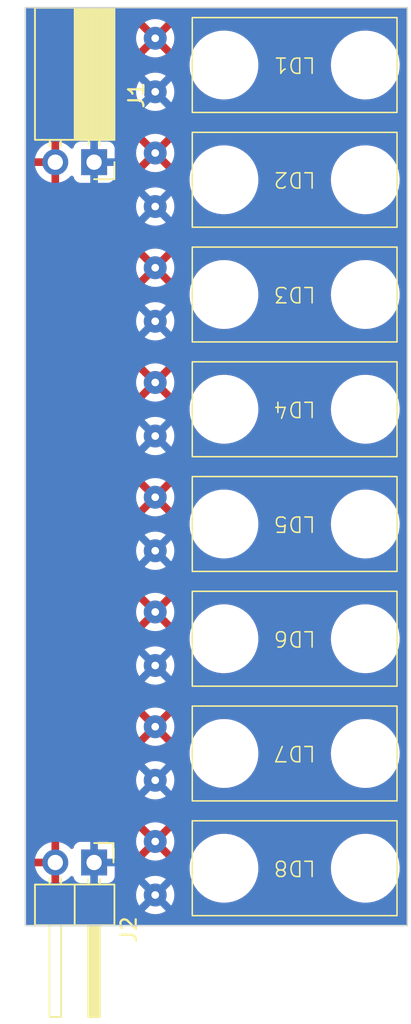
<source format=kicad_pcb>
(kicad_pcb (version 20221018) (generator pcbnew)
  (layers (0 "F.Cu" signal) (31 "B.Cu" signal) (34 "B.Paste" user) (35 "F.Paste" user) (36 "B.SilkS" user "B.Silkscreen") (37 "F.SilkS" user "F.Silkscreen") (38 "B.Mask" user) (39 "F.Mask" user) (44 "Edge.Cuts" user))
  (net 0 "")
  (net 1 "/VCC")
  (net 2 "/GND")
  (footprint "TacTile:Laser_Diode" (layer "F.Cu") (at 36 66.25 180)
    (fp_text reference "LD6" (at -6.625 0 180 unlocked) (layer "F.SilkS") (effects (font (thickness 0.1))))
    (fp_text value "D_Laser_1C2A" hide)
    (fp_rect (start -13.325 -3.1) (end 0.075 3.1) (stroke (width 0.1)) (fill none) (layer "F.SilkS"))
    (pad "" np_thru_hole circle (at -11.25 0 180) (size 4 4) (drill 4) (layers "F&B.Cu" "*.Mask"))
    (pad "" np_thru_hole circle (at -2 0 180) (size 4 4) (drill 4) (layers "F&B.Cu" "*.Mask"))
    (pad "1" thru_hole circle (at 2.5 -1.75 180) (size 1.5 1.5) (drill 0.5) (layers "*.Cu" "*.Mask") (net 2 "/GND"))
    (pad "2" thru_hole circle (at 2.5 1.75 180) (size 1.5 1.5) (drill 0.5) (layers "*.Cu" "*.Mask") (net 1 "/VCC"))
  )
  (footprint "TacTile:Laser_Diode" (layer "F.Cu") (at 36 36.25 180)
    (fp_text reference "LD2" (at -6.625 0 180 unlocked) (layer "F.SilkS") (effects (font (thickness 0.1))))
    (fp_text value "D_Laser_1C2A" hide)
    (fp_rect (start -13.325 -3.1) (end 0.075 3.1) (stroke (width 0.1)) (fill none) (layer "F.SilkS"))
    (pad "" np_thru_hole circle (at -11.25 0 180) (size 4 4) (drill 4) (layers "F&B.Cu" "*.Mask"))
    (pad "" np_thru_hole circle (at -2 0 180) (size 4 4) (drill 4) (layers "F&B.Cu" "*.Mask"))
    (pad "1" thru_hole circle (at 2.5 -1.75 180) (size 1.5 1.5) (drill 0.5) (layers "*.Cu" "*.Mask") (net 2 "/GND"))
    (pad "2" thru_hole circle (at 2.5 1.75 180) (size 1.5 1.5) (drill 0.5) (layers "*.Cu" "*.Mask") (net 1 "/VCC"))
  )
  (footprint "TacTile:Laser_Diode" (layer "F.Cu") (at 36 73.75 180)
    (fp_text reference "LD7" (at -6.625 0 180 unlocked) (layer "F.SilkS") (effects (font (thickness 0.1))))
    (fp_text value "D_Laser_1C2A" hide)
    (fp_rect (start -13.325 -3.1) (end 0.075 3.1) (stroke (width 0.1)) (fill none) (layer "F.SilkS"))
    (pad "" np_thru_hole circle (at -11.25 0 180) (size 4 4) (drill 4) (layers "F&B.Cu" "*.Mask"))
    (pad "" np_thru_hole circle (at -2 0 180) (size 4 4) (drill 4) (layers "F&B.Cu" "*.Mask"))
    (pad "1" thru_hole circle (at 2.5 -1.75 180) (size 1.5 1.5) (drill 0.5) (layers "*.Cu" "*.Mask") (net 2 "/GND"))
    (pad "2" thru_hole circle (at 2.5 1.75 180) (size 1.5 1.5) (drill 0.5) (layers "*.Cu" "*.Mask") (net 1 "/VCC"))
  )
  (footprint "TacTile:Laser_Diode" (layer "F.Cu") (at 36 81.25 180)
    (fp_text reference "LD8" (at -6.625 0 180 unlocked) (layer "F.SilkS") (effects (font (thickness 0.1))))
    (fp_text value "D_Laser_1C2A" hide)
    (fp_rect (start -13.325 -3.1) (end 0.075 3.1) (stroke (width 0.1)) (fill none) (layer "F.SilkS"))
    (pad "" np_thru_hole circle (at -11.25 0 180) (size 4 4) (drill 4) (layers "F&B.Cu" "*.Mask"))
    (pad "" np_thru_hole circle (at -2 0 180) (size 4 4) (drill 4) (layers "F&B.Cu" "*.Mask"))
    (pad "1" thru_hole circle (at 2.5 -1.75 180) (size 1.5 1.5) (drill 0.5) (layers "*.Cu" "*.Mask") (net 2 "/GND"))
    (pad "2" thru_hole circle (at 2.5 1.75 180) (size 1.5 1.5) (drill 0.5) (layers "*.Cu" "*.Mask") (net 1 "/VCC"))
  )
  (footprint "Connector_PinHeader_2.54mm:PinHeader_1x02_P2.54mm_Horizontal" (layer "F.Cu") (at 29.5 80.875 -90)
    (fp_text reference "J2" (at 4.385 -2.27 90) (layer "F.SilkS"))
    (fp_text value "Conn_01x02")
    (fp_line (start -1.27 -1.27) (end 0 -1.27) (stroke (width 0.12)) (layer "F.SilkS"))
    (fp_line (start -1.27 0) (end -1.27 -1.27) (stroke (width 0.12)) (layer "F.SilkS"))
    (fp_line (start 1.042929 2.16) (end 1.44 2.16) (stroke (width 0.12)) (layer "F.SilkS"))
    (fp_line (start 1.042929 2.92) (end 1.44 2.92) (stroke (width 0.12)) (layer "F.SilkS"))
    (fp_line (start 1.11 -0.38) (end 1.44 -0.38) (stroke (width 0.12)) (layer "F.SilkS"))
    (fp_line (start 1.11 0.38) (end 1.44 0.38) (stroke (width 0.12)) (layer "F.SilkS"))
    (fp_line (start 1.44 -1.33) (end 1.44 3.87) (stroke (width 0.12)) (layer "F.SilkS"))
    (fp_line (start 1.44 1.27) (end 4.1 1.27) (stroke (width 0.12)) (layer "F.SilkS"))
    (fp_line (start 1.44 3.87) (end 4.1 3.87) (stroke (width 0.12)) (layer "F.SilkS"))
    (fp_line (start 4.1 -1.33) (end 1.44 -1.33) (stroke (width 0.12)) (layer "F.SilkS"))
    (fp_line (start 4.1 -0.38) (end 10.1 -0.38) (stroke (width 0.12)) (layer "F.SilkS"))
    (fp_line (start 4.1 -0.32) (end 10.1 -0.32) (stroke (width 0.12)) (layer "F.SilkS"))
    (fp_line (start 4.1 -0.2) (end 10.1 -0.2) (stroke (width 0.12)) (layer "F.SilkS"))
    (fp_line (start 4.1 -0.08) (end 10.1 -0.08) (stroke (width 0.12)) (layer "F.SilkS"))
    (fp_line (start 4.1 0.04) (end 10.1 0.04) (stroke (width 0.12)) (layer "F.SilkS"))
    (fp_line (start 4.1 0.16) (end 10.1 0.16) (stroke (width 0.12)) (layer "F.SilkS"))
    (fp_line (start 4.1 0.28) (end 10.1 0.28) (stroke (width 0.12)) (layer "F.SilkS"))
    (fp_line (start 4.1 2.16) (end 10.1 2.16) (stroke (width 0.12)) (layer "F.SilkS"))
    (fp_line (start 4.1 3.87) (end 4.1 -1.33) (stroke (width 0.12)) (layer "F.SilkS"))
    (fp_line (start 10.1 -0.38) (end 10.1 0.38) (stroke (width 0.12)) (layer "F.SilkS"))
    (fp_line (start 10.1 0.38) (end 4.1 0.38) (stroke (width 0.12)) (layer "F.SilkS"))
    (fp_line (start 10.1 2.16) (end 10.1 2.92) (stroke (width 0.12)) (layer "F.SilkS"))
    (fp_line (start 10.1 2.92) (end 4.1 2.92) (stroke (width 0.12)) (layer "F.SilkS"))
    (pad "1" thru_hole rect (at 0 0 270) (size 1.7 1.7) (drill 1) (layers "*.Cu" "*.Mask") (net 2 "/GND"))
    (pad "2" thru_hole oval (at 0 2.54 270) (size 1.7 1.7) (drill 1) (layers "*.Cu" "*.Mask") (net 1 "/VCC"))
  )
  (footprint "TacTile:Laser_Diode" (layer "F.Cu") (at 36 58.75 180)
    (fp_text reference "LD5" (at -6.625 0 180 unlocked) (layer "F.SilkS") (effects (font (thickness 0.1))))
    (fp_text value "D_Laser_1C2A" hide)
    (fp_rect (start -13.325 -3.1) (end 0.075 3.1) (stroke (width 0.1)) (fill none) (layer "F.SilkS"))
    (pad "" np_thru_hole circle (at -11.25 0 180) (size 4 4) (drill 4) (layers "F&B.Cu" "*.Mask"))
    (pad "" np_thru_hole circle (at -2 0 180) (size 4 4) (drill 4) (layers "F&B.Cu" "*.Mask"))
    (pad "1" thru_hole circle (at 2.5 -1.75 180) (size 1.5 1.5) (drill 0.5) (layers "*.Cu" "*.Mask") (net 2 "/GND"))
    (pad "2" thru_hole circle (at 2.5 1.75 180) (size 1.5 1.5) (drill 0.5) (layers "*.Cu" "*.Mask") (net 1 "/VCC"))
  )
  (footprint "Connector_PinSocket_2.54mm:PinSocket_1x02_P2.54mm_Horizontal" (layer "F.Cu") (at 29.5 35.1 -90)
    (fp_text reference "J1" (at -4.38 -2.77 90) (layer "F.SilkS"))
    (fp_text value "Conn_01x02")
    (fp_line (start -10.09 -1.33) (end -10.09 3.87) (stroke (width 0.12)) (layer "F.SilkS"))
    (fp_line (start -10.09 -1.33) (end -1.46 -1.33) (stroke (width 0.12)) (layer "F.SilkS"))
    (fp_line (start -10.09 -1.21) (end -1.46 -1.21) (stroke (width 0.12)) (layer "F.SilkS"))
    (fp_line (start -10.09 -1.091905) (end -1.46 -1.091905) (stroke (width 0.12)) (layer "F.SilkS"))
    (fp_line (start -10.09 -0.97381) (end -1.46 -0.97381) (stroke (width 0.12)) (layer "F.SilkS"))
    (fp_line (start -10.09 -0.855715) (end -1.46 -0.855715) (stroke (width 0.12)) (layer "F.SilkS"))
    (fp_line (start -10.09 -0.73762) (end -1.46 -0.73762) (stroke (width 0.12)) (layer "F.SilkS"))
    (fp_line (start -10.09 -0.619525) (end -1.46 -0.619525) (stroke (width 0.12)) (layer "F.SilkS"))
    (fp_line (start -10.09 -0.50143) (end -1.46 -0.50143) (stroke (width 0.12)) (layer "F.SilkS"))
    (fp_line (start -10.09 -0.383335) (end -1.46 -0.383335) (stroke (width 0.12)) (layer "F.SilkS"))
    (fp_line (start -10.09 -0.26524) (end -1.46 -0.26524) (stroke (width 0.12)) (layer "F.SilkS"))
    (fp_line (start -10.09 -0.147145) (end -1.46 -0.147145) (stroke (width 0.12)) (layer "F.SilkS"))
    (fp_line (start -10.09 -0.02905) (end -1.46 -0.02905) (stroke (width 0.12)) (layer "F.SilkS"))
    (fp_line (start -10.09 0.089045) (end -1.46 0.089045) (stroke (width 0.12)) (layer "F.SilkS"))
    (fp_line (start -10.09 0.20714) (end -1.46 0.20714) (stroke (width 0.12)) (layer "F.SilkS"))
    (fp_line (start -10.09 0.325235) (end -1.46 0.325235) (stroke (width 0.12)) (layer "F.SilkS"))
    (fp_line (start -10.09 0.44333) (end -1.46 0.44333) (stroke (width 0.12)) (layer "F.SilkS"))
    (fp_line (start -10.09 0.561425) (end -1.46 0.561425) (stroke (width 0.12)) (layer "F.SilkS"))
    (fp_line (start -10.09 0.67952) (end -1.46 0.67952) (stroke (width 0.12)) (layer "F.SilkS"))
    (fp_line (start -10.09 0.797615) (end -1.46 0.797615) (stroke (width 0.12)) (layer "F.SilkS"))
    (fp_line (start -10.09 0.91571) (end -1.46 0.91571) (stroke (width 0.12)) (layer "F.SilkS"))
    (fp_line (start -10.09 1.033805) (end -1.46 1.033805) (stroke (width 0.12)) (layer "F.SilkS"))
    (fp_line (start -10.09 1.1519) (end -1.46 1.1519) (stroke (width 0.12)) (layer "F.SilkS"))
    (fp_line (start -10.09 1.27) (end -1.46 1.27) (stroke (width 0.12)) (layer "F.SilkS"))
    (fp_line (start -10.09 3.87) (end -1.46 3.87) (stroke (width 0.12)) (layer "F.SilkS"))
    (fp_line (start -1.46 -1.33) (end -1.46 3.87) (stroke (width 0.12)) (layer "F.SilkS"))
    (fp_line (start -1.46 -0.36) (end -1.11 -0.36) (stroke (width 0.12)) (layer "F.SilkS"))
    (fp_line (start -1.46 0.36) (end -1.11 0.36) (stroke (width 0.12)) (layer "F.SilkS"))
    (fp_line (start -1.46 2.18) (end -1.05 2.18) (stroke (width 0.12)) (layer "F.SilkS"))
    (fp_line (start -1.46 2.9) (end -1.05 2.9) (stroke (width 0.12)) (layer "F.SilkS"))
    (fp_line (start 0 -1.33) (end 1.11 -1.33) (stroke (width 0.12)) (layer "F.SilkS"))
    (fp_line (start 1.11 -1.33) (end 1.11 0) (stroke (width 0.12)) (layer "F.SilkS"))
    (pad "1" thru_hole rect (at 0 0 270) (size 1.7 1.7) (drill 1) (layers "*.Cu" "*.Mask") (net 2 "/GND"))
    (pad "2" thru_hole oval (at 0 2.54 270) (size 1.7 1.7) (drill 1) (layers "*.Cu" "*.Mask") (net 1 "/VCC"))
  )
  (footprint "TacTile:Laser_Diode" (layer "F.Cu") (at 36 43.75 180)
    (fp_text reference "LD3" (at -6.625 0 180 unlocked) (layer "F.SilkS") (effects (font (thickness 0.1))))
    (fp_text value "D_Laser_1C2A" hide)
    (fp_rect (start -13.325 -3.1) (end 0.075 3.1) (stroke (width 0.1)) (fill none) (layer "F.SilkS"))
    (pad "" np_thru_hole circle (at -11.25 0 180) (size 4 4) (drill 4) (layers "F&B.Cu" "*.Mask"))
    (pad "" np_thru_hole circle (at -2 0 180) (size 4 4) (drill 4) (layers "F&B.Cu" "*.Mask"))
    (pad "1" thru_hole circle (at 2.5 -1.75 180) (size 1.5 1.5) (drill 0.5) (layers "*.Cu" "*.Mask") (net 2 "/GND"))
    (pad "2" thru_hole circle (at 2.5 1.75 180) (size 1.5 1.5) (drill 0.5) (layers "*.Cu" "*.Mask") (net 1 "/VCC"))
  )
  (footprint "TacTile:Laser_Diode" (layer "F.Cu") (at 36 28.75 180)
    (fp_text reference "LD1" (at -6.625 0 180 unlocked) (layer "F.SilkS") (effects (font (thickness 0.1))))
    (fp_text value "D_Laser_1C2A" hide)
    (fp_rect (start -13.325 -3.1) (end 0.075 3.1) (stroke (width 0.1)) (fill none) (layer "F.SilkS"))
    (pad "" np_thru_hole circle (at -11.25 0 180) (size 4 4) (drill 4) (layers "F&B.Cu" "*.Mask"))
    (pad "" np_thru_hole circle (at -2 0 180) (size 4 4) (drill 4) (layers "F&B.Cu" "*.Mask"))
    (pad "1" thru_hole circle (at 2.5 -1.75 180) (size 1.5 1.5) (drill 0.5) (layers "*.Cu" "*.Mask") (net 2 "/GND"))
    (pad "2" thru_hole circle (at 2.5 1.75 180) (size 1.5 1.5) (drill 0.5) (layers "*.Cu" "*.Mask") (net 1 "/VCC"))
  )
  (footprint "TacTile:Laser_Diode" (layer "F.Cu") (at 36 51.25 180)
    (fp_text reference "LD4" (at -6.625 0 180 unlocked) (layer "F.SilkS") (effects (font (thickness 0.1))))
    (fp_text value "D_Laser_1C2A" hide)
    (fp_rect (start -13.325 -3.1) (end 0.075 3.1) (stroke (width 0.1)) (fill none) (layer "F.SilkS"))
    (pad "" np_thru_hole circle (at -11.25 0 180) (size 4 4) (drill 4) (layers "F&B.Cu" "*.Mask"))
    (pad "" np_thru_hole circle (at -2 0 180) (size 4 4) (drill 4) (layers "F&B.Cu" "*.Mask"))
    (pad "1" thru_hole circle (at 2.5 -1.75 180) (size 1.5 1.5) (drill 0.5) (layers "*.Cu" "*.Mask") (net 2 "/GND"))
    (pad "2" thru_hole circle (at 2.5 1.75 180) (size 1.5 1.5) (drill 0.5) (layers "*.Cu" "*.Mask") (net 1 "/VCC"))
  )
  (gr_rect (start 25 25) (end 50 85) (stroke (width 0.1)) (fill none) (layer "Edge.Cuts"))
  (zone (net 1) (net_name "/VCC") (layer "F.Cu") (connect_pads (clearance 0.5)) (min_thickness 0.25) (fill yes (thermal_gap 0.5) (thermal_bridge_width 0.5))
    (polygon (pts (xy 50.25 85.25) (xy 24.75 85) (xy 24.75 24.5) (xy 50.25 24.75)))
  )
  (zone (net 2) (net_name "/GND") (layer "B.Cu") (priority 1) (connect_pads (clearance 0.5)) (min_thickness 0.25) (fill yes (thermal_gap 0.5) (thermal_bridge_width 0.5))
    (polygon (pts (xy 50.25 85.25) (xy 24.75 85) (xy 24.75 24.5) (xy 50.25 24.75)))
  )
)
</source>
